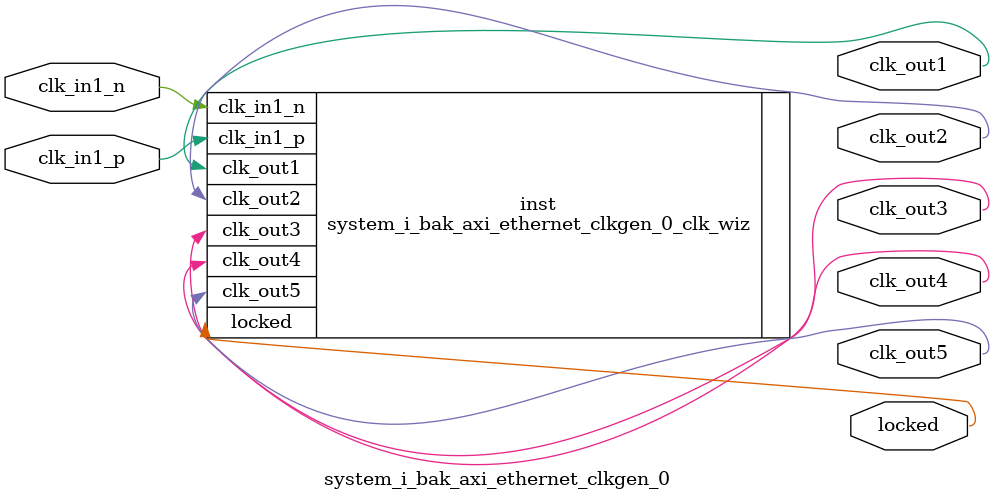
<source format=v>


`timescale 1ps/1ps

(* CORE_GENERATION_INFO = "system_i_bak_axi_ethernet_clkgen_0,clk_wiz_v5_3_0,{component_name=system_i_bak_axi_ethernet_clkgen_0,use_phase_alignment=true,use_min_o_jitter=false,use_max_i_jitter=false,use_dyn_phase_shift=false,use_inclk_switchover=false,use_dyn_reconfig=false,enable_axi=0,feedback_source=FDBK_AUTO,PRIMITIVE=MMCM,num_out_clk=5,clkin1_period=1.6,clkin2_period=10.0,use_power_down=false,use_reset=false,use_locked=true,use_inclk_stopped=false,feedback_type=SINGLE,CLOCK_MGR_TYPE=NA,manual_override=false}" *)

module system_i_bak_axi_ethernet_clkgen_0 
 (
 // Clock in ports
  input         clk_in1_p,
  input         clk_in1_n,
  // Clock out ports
  output        clk_out1,
  output        clk_out2,
  output        clk_out3,
  output        clk_out4,
  output        clk_out5,
  // Status and control signals
  output        locked
 );

  system_i_bak_axi_ethernet_clkgen_0_clk_wiz inst
  (
 // Clock in ports
  .clk_in1_p(clk_in1_p),
  .clk_in1_n(clk_in1_n),
  // Clock out ports  
  .clk_out1(clk_out1),
  .clk_out2(clk_out2),
  .clk_out3(clk_out3),
  .clk_out4(clk_out4),
  .clk_out5(clk_out5),
  // Status and control signals               
  .locked(locked)            
  );

endmodule

</source>
